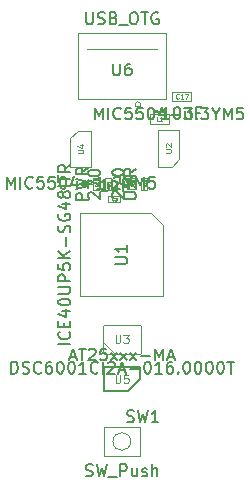
<source format=gbr>
G04 #@! TF.GenerationSoftware,KiCad,Pcbnew,5.0.1-33cea8e~66~ubuntu18.04.1*
G04 #@! TF.CreationDate,2018-10-18T22:19:59+02:00*
G04 #@! TF.ProjectId,Tiny-up5k,54696E792D7570356B2E6B696361645F,rev?*
G04 #@! TF.SameCoordinates,Original*
G04 #@! TF.FileFunction,Other,Fab,Top*
%FSLAX46Y46*%
G04 Gerber Fmt 4.6, Leading zero omitted, Abs format (unit mm)*
G04 Created by KiCad (PCBNEW 5.0.1-33cea8e~66~ubuntu18.04.1) date do 18 okt 2018 22:19:59 CEST*
%MOMM*%
%LPD*%
G01*
G04 APERTURE LIST*
%ADD10C,0.100000*%
%ADD11C,0.150000*%
%ADD12C,0.075000*%
%ADD13C,0.050000*%
%ADD14C,0.040000*%
%ADD15C,0.105000*%
%ADD16C,0.060000*%
G04 APERTURE END LIST*
D10*
G04 #@! TO.C,L1*
X155093000Y-102025500D02*
X155093000Y-102825500D01*
X153493000Y-102025500D02*
X155093000Y-102025500D01*
X153493000Y-102825500D02*
X153493000Y-102025500D01*
X155093000Y-102825500D02*
X153493000Y-102825500D01*
G04 #@! TO.C,C3*
X150995000Y-108970000D02*
X150995000Y-109470000D01*
X150995000Y-109470000D02*
X149995000Y-109470000D01*
X149995000Y-109470000D02*
X149995000Y-108970000D01*
X149995000Y-108970000D02*
X150995000Y-108970000D01*
G04 #@! TO.C,D1*
X148721000Y-107627000D02*
X149221000Y-107627000D01*
X148721000Y-107527000D02*
X149221000Y-107527000D01*
X148721000Y-108427000D02*
X148721000Y-107427000D01*
X149221000Y-108427000D02*
X148721000Y-108427000D01*
X149221000Y-107427000D02*
X149221000Y-108427000D01*
X148721000Y-107427000D02*
X149221000Y-107427000D01*
G04 #@! TO.C,D2*
X152785000Y-107450000D02*
X153285000Y-107450000D01*
X153285000Y-107450000D02*
X153285000Y-108450000D01*
X153285000Y-108450000D02*
X152785000Y-108450000D01*
X152785000Y-108450000D02*
X152785000Y-107450000D01*
X152785000Y-107550000D02*
X153285000Y-107550000D01*
X152785000Y-107650000D02*
X153285000Y-107650000D01*
G04 #@! TO.C,U2*
X154210000Y-106452000D02*
X154210000Y-103352000D01*
X154210000Y-103352000D02*
X156010000Y-103352000D01*
X156010000Y-105802000D02*
X156010000Y-103352000D01*
X154210000Y-106452000D02*
X155360000Y-106452000D01*
X156010000Y-105802000D02*
X155360000Y-106452000D01*
G04 #@! TO.C,U4*
X146758000Y-104063000D02*
X147408000Y-103413000D01*
X148558000Y-103413000D02*
X147408000Y-103413000D01*
X146758000Y-104063000D02*
X146758000Y-106513000D01*
X148558000Y-106513000D02*
X146758000Y-106513000D01*
X148558000Y-103413000D02*
X148558000Y-106513000D01*
G04 #@! TO.C,SW1*
X149630000Y-128473100D02*
X152630000Y-128473100D01*
X152630000Y-128473100D02*
X152630000Y-130973100D01*
X152630000Y-130973100D02*
X149630000Y-130973100D01*
X149630000Y-130973100D02*
X149630000Y-128473100D01*
X151880000Y-129723100D02*
G75*
G03X151880000Y-129723100I-750000J0D01*
G01*
D11*
G04 #@! TO.C,U5*
X151630000Y-125460000D02*
X149630000Y-125460000D01*
X149630000Y-125460000D02*
X149630000Y-123460000D01*
X149630000Y-123460000D02*
X152630000Y-123460000D01*
X152630000Y-123460000D02*
X152630000Y-124460000D01*
X152630000Y-124460000D02*
X151630000Y-125460000D01*
D10*
G04 #@! TO.C,U3*
X149630000Y-119824000D02*
X152630000Y-119824000D01*
X152630000Y-119824000D02*
X152730000Y-119924000D01*
X152730000Y-119924000D02*
X152730000Y-122224000D01*
X152730000Y-122224000D02*
X152630000Y-122324000D01*
X152630000Y-122324000D02*
X149630000Y-122324000D01*
X149630000Y-122324000D02*
X149530000Y-122224000D01*
X149530000Y-122224000D02*
X149530000Y-119924000D01*
X149530000Y-119924000D02*
X149630000Y-119824000D01*
X149530000Y-121324000D02*
X150530000Y-122324000D01*
G04 #@! TO.C,U6*
X147449000Y-95184000D02*
X147449000Y-100734000D01*
X154149000Y-96484000D02*
X148149000Y-96484000D01*
X154849000Y-95184000D02*
X147449000Y-95184000D01*
X154849000Y-100734000D02*
X147449000Y-100734000D01*
X154849000Y-95184000D02*
X154849000Y-100734000D01*
X152449000Y-100884000D02*
X152649000Y-101084000D01*
X152249000Y-101084000D02*
X152449000Y-100884000D01*
X152649000Y-101294000D02*
X152249000Y-101294000D01*
X152649000Y-101294000D02*
X152649000Y-101084000D01*
X152249000Y-101294000D02*
X152249000Y-101084000D01*
G04 #@! TO.C,U1*
X154630000Y-111419000D02*
X154630000Y-117419000D01*
X154630000Y-117419000D02*
X147630000Y-117419000D01*
X147630000Y-117419000D02*
X147630000Y-110419000D01*
X147630000Y-110419000D02*
X153630000Y-110419000D01*
X153630000Y-110419000D02*
X154630000Y-111419000D01*
G04 #@! TO.C,R8*
X149737000Y-108450000D02*
X149737000Y-107450000D01*
X150237000Y-108450000D02*
X149737000Y-108450000D01*
X150237000Y-107450000D02*
X150237000Y-108450000D01*
X149737000Y-107450000D02*
X150237000Y-107450000D01*
G04 #@! TO.C,R9*
X151769000Y-107392000D02*
X152269000Y-107392000D01*
X152269000Y-107392000D02*
X152269000Y-108392000D01*
X152269000Y-108392000D02*
X151769000Y-108392000D01*
X151769000Y-108392000D02*
X151769000Y-107392000D01*
G04 #@! TO.C,C17*
X155410000Y-100920500D02*
X155410000Y-100120500D01*
X155410000Y-100120500D02*
X157010000Y-100120500D01*
X157010000Y-100120500D02*
X157010000Y-100920500D01*
X157010000Y-100920500D02*
X155410000Y-100920500D01*
G04 #@! TD*
G04 #@! TO.C,L1*
D12*
X154243000Y-102561214D02*
X154100142Y-102561214D01*
X154100142Y-102261214D01*
X154500142Y-102561214D02*
X154328714Y-102561214D01*
X154414428Y-102561214D02*
X154414428Y-102261214D01*
X154385857Y-102304071D01*
X154357285Y-102332642D01*
X154328714Y-102346928D01*
D13*
X154040619Y-101761214D02*
X154069190Y-101770738D01*
X154078714Y-101780261D01*
X154088238Y-101799309D01*
X154088238Y-101827880D01*
X154078714Y-101846928D01*
X154069190Y-101856452D01*
X154050142Y-101865976D01*
X153973952Y-101865976D01*
X153973952Y-101665976D01*
X154040619Y-101665976D01*
X154059666Y-101675500D01*
X154069190Y-101685023D01*
X154078714Y-101704071D01*
X154078714Y-101723119D01*
X154069190Y-101742166D01*
X154059666Y-101751690D01*
X154040619Y-101761214D01*
X153973952Y-101761214D01*
X154250142Y-101856452D02*
X154231095Y-101865976D01*
X154193000Y-101865976D01*
X154173952Y-101856452D01*
X154164428Y-101837404D01*
X154164428Y-101761214D01*
X154173952Y-101742166D01*
X154193000Y-101732642D01*
X154231095Y-101732642D01*
X154250142Y-101742166D01*
X154259666Y-101761214D01*
X154259666Y-101780261D01*
X154164428Y-101799309D01*
X154431095Y-101865976D02*
X154431095Y-101761214D01*
X154421571Y-101742166D01*
X154402523Y-101732642D01*
X154364428Y-101732642D01*
X154345380Y-101742166D01*
X154431095Y-101856452D02*
X154412047Y-101865976D01*
X154364428Y-101865976D01*
X154345380Y-101856452D01*
X154335857Y-101837404D01*
X154335857Y-101818357D01*
X154345380Y-101799309D01*
X154364428Y-101789785D01*
X154412047Y-101789785D01*
X154431095Y-101780261D01*
X154612047Y-101865976D02*
X154612047Y-101665976D01*
X154612047Y-101856452D02*
X154593000Y-101865976D01*
X154554904Y-101865976D01*
X154535857Y-101856452D01*
X154526333Y-101846928D01*
X154516809Y-101827880D01*
X154516809Y-101770738D01*
X154526333Y-101751690D01*
X154535857Y-101742166D01*
X154554904Y-101732642D01*
X154593000Y-101732642D01*
X154612047Y-101742166D01*
G04 #@! TO.C,C3*
D11*
X149899761Y-108502380D02*
X149328333Y-108502380D01*
X149614047Y-108502380D02*
X149614047Y-107502380D01*
X149518809Y-107645238D01*
X149423571Y-107740476D01*
X149328333Y-107788095D01*
X150756904Y-107835714D02*
X150756904Y-108502380D01*
X150328333Y-107835714D02*
X150328333Y-108359523D01*
X150375952Y-108454761D01*
X150471190Y-108502380D01*
X150614047Y-108502380D01*
X150709285Y-108454761D01*
X150756904Y-108407142D01*
X151566428Y-107978571D02*
X151233095Y-107978571D01*
X151233095Y-108502380D02*
X151233095Y-107502380D01*
X151709285Y-107502380D01*
D14*
X150453333Y-109309285D02*
X150441428Y-109321190D01*
X150405714Y-109333095D01*
X150381904Y-109333095D01*
X150346190Y-109321190D01*
X150322380Y-109297380D01*
X150310476Y-109273571D01*
X150298571Y-109225952D01*
X150298571Y-109190238D01*
X150310476Y-109142619D01*
X150322380Y-109118809D01*
X150346190Y-109095000D01*
X150381904Y-109083095D01*
X150405714Y-109083095D01*
X150441428Y-109095000D01*
X150453333Y-109106904D01*
X150536666Y-109083095D02*
X150691428Y-109083095D01*
X150608095Y-109178333D01*
X150643809Y-109178333D01*
X150667619Y-109190238D01*
X150679523Y-109202142D01*
X150691428Y-109225952D01*
X150691428Y-109285476D01*
X150679523Y-109309285D01*
X150667619Y-109321190D01*
X150643809Y-109333095D01*
X150572380Y-109333095D01*
X150548571Y-109321190D01*
X150536666Y-109309285D01*
G04 #@! TO.C,D1*
D11*
X148253380Y-109260333D02*
X147253380Y-109260333D01*
X147253380Y-108879380D01*
X147301000Y-108784142D01*
X147348619Y-108736523D01*
X147443857Y-108688904D01*
X147586714Y-108688904D01*
X147681952Y-108736523D01*
X147729571Y-108784142D01*
X147777190Y-108879380D01*
X147777190Y-109260333D01*
X147253380Y-108355571D02*
X148253380Y-108117476D01*
X147539095Y-107927000D01*
X148253380Y-107736523D01*
X147253380Y-107498428D01*
X148253380Y-106546047D02*
X147777190Y-106879380D01*
X148253380Y-107117476D02*
X147253380Y-107117476D01*
X147253380Y-106736523D01*
X147301000Y-106641285D01*
X147348619Y-106593666D01*
X147443857Y-106546047D01*
X147586714Y-106546047D01*
X147681952Y-106593666D01*
X147729571Y-106641285D01*
X147777190Y-106736523D01*
X147777190Y-107117476D01*
D14*
X149084095Y-108111523D02*
X148834095Y-108111523D01*
X148834095Y-108052000D01*
X148846000Y-108016285D01*
X148869809Y-107992476D01*
X148893619Y-107980571D01*
X148941238Y-107968666D01*
X148976952Y-107968666D01*
X149024571Y-107980571D01*
X149048380Y-107992476D01*
X149072190Y-108016285D01*
X149084095Y-108052000D01*
X149084095Y-108111523D01*
X149084095Y-107730571D02*
X149084095Y-107873428D01*
X149084095Y-107802000D02*
X148834095Y-107802000D01*
X148869809Y-107825809D01*
X148893619Y-107849619D01*
X148905523Y-107873428D01*
G04 #@! TO.C,D2*
D11*
X151317380Y-109211904D02*
X152126904Y-109211904D01*
X152222142Y-109164285D01*
X152269761Y-109116666D01*
X152317380Y-109021428D01*
X152317380Y-108830952D01*
X152269761Y-108735714D01*
X152222142Y-108688095D01*
X152126904Y-108640476D01*
X151317380Y-108640476D01*
X152269761Y-108211904D02*
X152317380Y-108069047D01*
X152317380Y-107830952D01*
X152269761Y-107735714D01*
X152222142Y-107688095D01*
X152126904Y-107640476D01*
X152031666Y-107640476D01*
X151936428Y-107688095D01*
X151888809Y-107735714D01*
X151841190Y-107830952D01*
X151793571Y-108021428D01*
X151745952Y-108116666D01*
X151698333Y-108164285D01*
X151603095Y-108211904D01*
X151507857Y-108211904D01*
X151412619Y-108164285D01*
X151365000Y-108116666D01*
X151317380Y-108021428D01*
X151317380Y-107783333D01*
X151365000Y-107640476D01*
X152317380Y-106640476D02*
X151841190Y-106973809D01*
X152317380Y-107211904D02*
X151317380Y-107211904D01*
X151317380Y-106830952D01*
X151365000Y-106735714D01*
X151412619Y-106688095D01*
X151507857Y-106640476D01*
X151650714Y-106640476D01*
X151745952Y-106688095D01*
X151793571Y-106735714D01*
X151841190Y-106830952D01*
X151841190Y-107211904D01*
D14*
X153148095Y-108134523D02*
X152898095Y-108134523D01*
X152898095Y-108075000D01*
X152910000Y-108039285D01*
X152933809Y-108015476D01*
X152957619Y-108003571D01*
X153005238Y-107991666D01*
X153040952Y-107991666D01*
X153088571Y-108003571D01*
X153112380Y-108015476D01*
X153136190Y-108039285D01*
X153148095Y-108075000D01*
X153148095Y-108134523D01*
X152921904Y-107896428D02*
X152910000Y-107884523D01*
X152898095Y-107860714D01*
X152898095Y-107801190D01*
X152910000Y-107777380D01*
X152921904Y-107765476D01*
X152945714Y-107753571D01*
X152969523Y-107753571D01*
X153005238Y-107765476D01*
X153148095Y-107908333D01*
X153148095Y-107753571D01*
G04 #@! TO.C,U2*
D11*
X148848095Y-102454380D02*
X148848095Y-101454380D01*
X149181428Y-102168666D01*
X149514761Y-101454380D01*
X149514761Y-102454380D01*
X149990952Y-102454380D02*
X149990952Y-101454380D01*
X151038571Y-102359142D02*
X150990952Y-102406761D01*
X150848095Y-102454380D01*
X150752857Y-102454380D01*
X150610000Y-102406761D01*
X150514761Y-102311523D01*
X150467142Y-102216285D01*
X150419523Y-102025809D01*
X150419523Y-101882952D01*
X150467142Y-101692476D01*
X150514761Y-101597238D01*
X150610000Y-101502000D01*
X150752857Y-101454380D01*
X150848095Y-101454380D01*
X150990952Y-101502000D01*
X151038571Y-101549619D01*
X151943333Y-101454380D02*
X151467142Y-101454380D01*
X151419523Y-101930571D01*
X151467142Y-101882952D01*
X151562380Y-101835333D01*
X151800476Y-101835333D01*
X151895714Y-101882952D01*
X151943333Y-101930571D01*
X151990952Y-102025809D01*
X151990952Y-102263904D01*
X151943333Y-102359142D01*
X151895714Y-102406761D01*
X151800476Y-102454380D01*
X151562380Y-102454380D01*
X151467142Y-102406761D01*
X151419523Y-102359142D01*
X152895714Y-101454380D02*
X152419523Y-101454380D01*
X152371904Y-101930571D01*
X152419523Y-101882952D01*
X152514761Y-101835333D01*
X152752857Y-101835333D01*
X152848095Y-101882952D01*
X152895714Y-101930571D01*
X152943333Y-102025809D01*
X152943333Y-102263904D01*
X152895714Y-102359142D01*
X152848095Y-102406761D01*
X152752857Y-102454380D01*
X152514761Y-102454380D01*
X152419523Y-102406761D01*
X152371904Y-102359142D01*
X153562380Y-101454380D02*
X153657619Y-101454380D01*
X153752857Y-101502000D01*
X153800476Y-101549619D01*
X153848095Y-101644857D01*
X153895714Y-101835333D01*
X153895714Y-102073428D01*
X153848095Y-102263904D01*
X153800476Y-102359142D01*
X153752857Y-102406761D01*
X153657619Y-102454380D01*
X153562380Y-102454380D01*
X153467142Y-102406761D01*
X153419523Y-102359142D01*
X153371904Y-102263904D01*
X153324285Y-102073428D01*
X153324285Y-101835333D01*
X153371904Y-101644857D01*
X153419523Y-101549619D01*
X153467142Y-101502000D01*
X153562380Y-101454380D01*
X154752857Y-101787714D02*
X154752857Y-102454380D01*
X154514761Y-101406761D02*
X154276666Y-102121047D01*
X154895714Y-102121047D01*
X155276666Y-102073428D02*
X156038571Y-102073428D01*
X156419523Y-101454380D02*
X157038571Y-101454380D01*
X156705238Y-101835333D01*
X156848095Y-101835333D01*
X156943333Y-101882952D01*
X156990952Y-101930571D01*
X157038571Y-102025809D01*
X157038571Y-102263904D01*
X156990952Y-102359142D01*
X156943333Y-102406761D01*
X156848095Y-102454380D01*
X156562380Y-102454380D01*
X156467142Y-102406761D01*
X156419523Y-102359142D01*
X157467142Y-102359142D02*
X157514761Y-102406761D01*
X157467142Y-102454380D01*
X157419523Y-102406761D01*
X157467142Y-102359142D01*
X157467142Y-102454380D01*
X157848095Y-101454380D02*
X158467142Y-101454380D01*
X158133809Y-101835333D01*
X158276666Y-101835333D01*
X158371904Y-101882952D01*
X158419523Y-101930571D01*
X158467142Y-102025809D01*
X158467142Y-102263904D01*
X158419523Y-102359142D01*
X158371904Y-102406761D01*
X158276666Y-102454380D01*
X157990952Y-102454380D01*
X157895714Y-102406761D01*
X157848095Y-102359142D01*
X159086190Y-101978190D02*
X159086190Y-102454380D01*
X158752857Y-101454380D02*
X159086190Y-101978190D01*
X159419523Y-101454380D01*
X159752857Y-102454380D02*
X159752857Y-101454380D01*
X160086190Y-102168666D01*
X160419523Y-101454380D01*
X160419523Y-102454380D01*
X161371904Y-101454380D02*
X160895714Y-101454380D01*
X160848095Y-101930571D01*
X160895714Y-101882952D01*
X160990952Y-101835333D01*
X161229047Y-101835333D01*
X161324285Y-101882952D01*
X161371904Y-101930571D01*
X161419523Y-102025809D01*
X161419523Y-102263904D01*
X161371904Y-102359142D01*
X161324285Y-102406761D01*
X161229047Y-102454380D01*
X160990952Y-102454380D01*
X160895714Y-102406761D01*
X160848095Y-102359142D01*
D12*
X154836190Y-105282952D02*
X155240952Y-105282952D01*
X155288571Y-105259142D01*
X155312380Y-105235333D01*
X155336190Y-105187714D01*
X155336190Y-105092476D01*
X155312380Y-105044857D01*
X155288571Y-105021047D01*
X155240952Y-104997238D01*
X154836190Y-104997238D01*
X154883809Y-104782952D02*
X154860000Y-104759142D01*
X154836190Y-104711523D01*
X154836190Y-104592476D01*
X154860000Y-104544857D01*
X154883809Y-104521047D01*
X154931428Y-104497238D01*
X154979047Y-104497238D01*
X155050476Y-104521047D01*
X155336190Y-104806761D01*
X155336190Y-104497238D01*
G04 #@! TO.C,U4*
D11*
X141396095Y-108315380D02*
X141396095Y-107315380D01*
X141729428Y-108029666D01*
X142062761Y-107315380D01*
X142062761Y-108315380D01*
X142538952Y-108315380D02*
X142538952Y-107315380D01*
X143586571Y-108220142D02*
X143538952Y-108267761D01*
X143396095Y-108315380D01*
X143300857Y-108315380D01*
X143158000Y-108267761D01*
X143062761Y-108172523D01*
X143015142Y-108077285D01*
X142967523Y-107886809D01*
X142967523Y-107743952D01*
X143015142Y-107553476D01*
X143062761Y-107458238D01*
X143158000Y-107363000D01*
X143300857Y-107315380D01*
X143396095Y-107315380D01*
X143538952Y-107363000D01*
X143586571Y-107410619D01*
X144491333Y-107315380D02*
X144015142Y-107315380D01*
X143967523Y-107791571D01*
X144015142Y-107743952D01*
X144110380Y-107696333D01*
X144348476Y-107696333D01*
X144443714Y-107743952D01*
X144491333Y-107791571D01*
X144538952Y-107886809D01*
X144538952Y-108124904D01*
X144491333Y-108220142D01*
X144443714Y-108267761D01*
X144348476Y-108315380D01*
X144110380Y-108315380D01*
X144015142Y-108267761D01*
X143967523Y-108220142D01*
X145443714Y-107315380D02*
X144967523Y-107315380D01*
X144919904Y-107791571D01*
X144967523Y-107743952D01*
X145062761Y-107696333D01*
X145300857Y-107696333D01*
X145396095Y-107743952D01*
X145443714Y-107791571D01*
X145491333Y-107886809D01*
X145491333Y-108124904D01*
X145443714Y-108220142D01*
X145396095Y-108267761D01*
X145300857Y-108315380D01*
X145062761Y-108315380D01*
X144967523Y-108267761D01*
X144919904Y-108220142D01*
X146110380Y-107315380D02*
X146205619Y-107315380D01*
X146300857Y-107363000D01*
X146348476Y-107410619D01*
X146396095Y-107505857D01*
X146443714Y-107696333D01*
X146443714Y-107934428D01*
X146396095Y-108124904D01*
X146348476Y-108220142D01*
X146300857Y-108267761D01*
X146205619Y-108315380D01*
X146110380Y-108315380D01*
X146015142Y-108267761D01*
X145967523Y-108220142D01*
X145919904Y-108124904D01*
X145872285Y-107934428D01*
X145872285Y-107696333D01*
X145919904Y-107505857D01*
X145967523Y-107410619D01*
X146015142Y-107363000D01*
X146110380Y-107315380D01*
X147300857Y-107648714D02*
X147300857Y-108315380D01*
X147062761Y-107267761D02*
X146824666Y-107982047D01*
X147443714Y-107982047D01*
X147824666Y-107934428D02*
X148586571Y-107934428D01*
X149586571Y-108315380D02*
X149015142Y-108315380D01*
X149300857Y-108315380D02*
X149300857Y-107315380D01*
X149205619Y-107458238D01*
X149110380Y-107553476D01*
X149015142Y-107601095D01*
X150015142Y-108220142D02*
X150062761Y-108267761D01*
X150015142Y-108315380D01*
X149967523Y-108267761D01*
X150015142Y-108220142D01*
X150015142Y-108315380D01*
X150443714Y-107410619D02*
X150491333Y-107363000D01*
X150586571Y-107315380D01*
X150824666Y-107315380D01*
X150919904Y-107363000D01*
X150967523Y-107410619D01*
X151015142Y-107505857D01*
X151015142Y-107601095D01*
X150967523Y-107743952D01*
X150396095Y-108315380D01*
X151015142Y-108315380D01*
X151634190Y-107839190D02*
X151634190Y-108315380D01*
X151300857Y-107315380D02*
X151634190Y-107839190D01*
X151967523Y-107315380D01*
X152300857Y-108315380D02*
X152300857Y-107315380D01*
X152634190Y-108029666D01*
X152967523Y-107315380D01*
X152967523Y-108315380D01*
X153919904Y-107315380D02*
X153443714Y-107315380D01*
X153396095Y-107791571D01*
X153443714Y-107743952D01*
X153538952Y-107696333D01*
X153777047Y-107696333D01*
X153872285Y-107743952D01*
X153919904Y-107791571D01*
X153967523Y-107886809D01*
X153967523Y-108124904D01*
X153919904Y-108220142D01*
X153872285Y-108267761D01*
X153777047Y-108315380D01*
X153538952Y-108315380D01*
X153443714Y-108267761D01*
X153396095Y-108220142D01*
D12*
X147384190Y-105343952D02*
X147788952Y-105343952D01*
X147836571Y-105320142D01*
X147860380Y-105296333D01*
X147884190Y-105248714D01*
X147884190Y-105153476D01*
X147860380Y-105105857D01*
X147836571Y-105082047D01*
X147788952Y-105058238D01*
X147384190Y-105058238D01*
X147550857Y-104605857D02*
X147884190Y-104605857D01*
X147360380Y-104724904D02*
X147717523Y-104843952D01*
X147717523Y-104534428D01*
G04 #@! TO.C,SW1*
D11*
X148082380Y-132627861D02*
X148225238Y-132675480D01*
X148463333Y-132675480D01*
X148558571Y-132627861D01*
X148606190Y-132580242D01*
X148653809Y-132485004D01*
X148653809Y-132389766D01*
X148606190Y-132294528D01*
X148558571Y-132246909D01*
X148463333Y-132199290D01*
X148272857Y-132151671D01*
X148177619Y-132104052D01*
X148130000Y-132056433D01*
X148082380Y-131961195D01*
X148082380Y-131865957D01*
X148130000Y-131770719D01*
X148177619Y-131723100D01*
X148272857Y-131675480D01*
X148510952Y-131675480D01*
X148653809Y-131723100D01*
X148987142Y-131675480D02*
X149225238Y-132675480D01*
X149415714Y-131961195D01*
X149606190Y-132675480D01*
X149844285Y-131675480D01*
X149987142Y-132770719D02*
X150749047Y-132770719D01*
X150987142Y-132675480D02*
X150987142Y-131675480D01*
X151368095Y-131675480D01*
X151463333Y-131723100D01*
X151510952Y-131770719D01*
X151558571Y-131865957D01*
X151558571Y-132008814D01*
X151510952Y-132104052D01*
X151463333Y-132151671D01*
X151368095Y-132199290D01*
X150987142Y-132199290D01*
X152415714Y-132008814D02*
X152415714Y-132675480D01*
X151987142Y-132008814D02*
X151987142Y-132532623D01*
X152034761Y-132627861D01*
X152130000Y-132675480D01*
X152272857Y-132675480D01*
X152368095Y-132627861D01*
X152415714Y-132580242D01*
X152844285Y-132627861D02*
X152939523Y-132675480D01*
X153130000Y-132675480D01*
X153225238Y-132627861D01*
X153272857Y-132532623D01*
X153272857Y-132485004D01*
X153225238Y-132389766D01*
X153130000Y-132342147D01*
X152987142Y-132342147D01*
X152891904Y-132294528D01*
X152844285Y-132199290D01*
X152844285Y-132151671D01*
X152891904Y-132056433D01*
X152987142Y-132008814D01*
X153130000Y-132008814D01*
X153225238Y-132056433D01*
X153701428Y-132675480D02*
X153701428Y-131675480D01*
X154130000Y-132675480D02*
X154130000Y-132151671D01*
X154082380Y-132056433D01*
X153987142Y-132008814D01*
X153844285Y-132008814D01*
X153749047Y-132056433D01*
X153701428Y-132104052D01*
X151568666Y-128039761D02*
X151711523Y-128087380D01*
X151949619Y-128087380D01*
X152044857Y-128039761D01*
X152092476Y-127992142D01*
X152140095Y-127896904D01*
X152140095Y-127801666D01*
X152092476Y-127706428D01*
X152044857Y-127658809D01*
X151949619Y-127611190D01*
X151759142Y-127563571D01*
X151663904Y-127515952D01*
X151616285Y-127468333D01*
X151568666Y-127373095D01*
X151568666Y-127277857D01*
X151616285Y-127182619D01*
X151663904Y-127135000D01*
X151759142Y-127087380D01*
X151997238Y-127087380D01*
X152140095Y-127135000D01*
X152473428Y-127087380D02*
X152711523Y-128087380D01*
X152902000Y-127373095D01*
X153092476Y-128087380D01*
X153330571Y-127087380D01*
X154235333Y-128087380D02*
X153663904Y-128087380D01*
X153949619Y-128087380D02*
X153949619Y-127087380D01*
X153854380Y-127230238D01*
X153759142Y-127325476D01*
X153663904Y-127373095D01*
G04 #@! TO.C,U5*
X146725238Y-122576666D02*
X147201428Y-122576666D01*
X146630000Y-122862380D02*
X146963333Y-121862380D01*
X147296666Y-122862380D01*
X147487142Y-121862380D02*
X148058571Y-121862380D01*
X147772857Y-122862380D02*
X147772857Y-121862380D01*
X148344285Y-121957619D02*
X148391904Y-121910000D01*
X148487142Y-121862380D01*
X148725238Y-121862380D01*
X148820476Y-121910000D01*
X148868095Y-121957619D01*
X148915714Y-122052857D01*
X148915714Y-122148095D01*
X148868095Y-122290952D01*
X148296666Y-122862380D01*
X148915714Y-122862380D01*
X149820476Y-121862380D02*
X149344285Y-121862380D01*
X149296666Y-122338571D01*
X149344285Y-122290952D01*
X149439523Y-122243333D01*
X149677619Y-122243333D01*
X149772857Y-122290952D01*
X149820476Y-122338571D01*
X149868095Y-122433809D01*
X149868095Y-122671904D01*
X149820476Y-122767142D01*
X149772857Y-122814761D01*
X149677619Y-122862380D01*
X149439523Y-122862380D01*
X149344285Y-122814761D01*
X149296666Y-122767142D01*
X150201428Y-122862380D02*
X150725238Y-122195714D01*
X150201428Y-122195714D02*
X150725238Y-122862380D01*
X151010952Y-122862380D02*
X151534761Y-122195714D01*
X151010952Y-122195714D02*
X151534761Y-122862380D01*
X151820476Y-122862380D02*
X152344285Y-122195714D01*
X151820476Y-122195714D02*
X152344285Y-122862380D01*
X152725238Y-122481428D02*
X153487142Y-122481428D01*
X153963333Y-122862380D02*
X153963333Y-121862380D01*
X154296666Y-122576666D01*
X154630000Y-121862380D01*
X154630000Y-122862380D01*
X155058571Y-122576666D02*
X155534761Y-122576666D01*
X154963333Y-122862380D02*
X155296666Y-121862380D01*
X155630000Y-122862380D01*
D15*
X150596666Y-124076666D02*
X150596666Y-124643333D01*
X150630000Y-124710000D01*
X150663333Y-124743333D01*
X150730000Y-124776666D01*
X150863333Y-124776666D01*
X150930000Y-124743333D01*
X150963333Y-124710000D01*
X150996666Y-124643333D01*
X150996666Y-124076666D01*
X151663333Y-124076666D02*
X151330000Y-124076666D01*
X151296666Y-124410000D01*
X151330000Y-124376666D01*
X151396666Y-124343333D01*
X151563333Y-124343333D01*
X151630000Y-124376666D01*
X151663333Y-124410000D01*
X151696666Y-124476666D01*
X151696666Y-124643333D01*
X151663333Y-124710000D01*
X151630000Y-124743333D01*
X151563333Y-124776666D01*
X151396666Y-124776666D01*
X151330000Y-124743333D01*
X151296666Y-124710000D01*
G04 #@! TO.C,U3*
D11*
X141772857Y-123976380D02*
X141772857Y-122976380D01*
X142010952Y-122976380D01*
X142153809Y-123024000D01*
X142249047Y-123119238D01*
X142296666Y-123214476D01*
X142344285Y-123404952D01*
X142344285Y-123547809D01*
X142296666Y-123738285D01*
X142249047Y-123833523D01*
X142153809Y-123928761D01*
X142010952Y-123976380D01*
X141772857Y-123976380D01*
X142725238Y-123928761D02*
X142868095Y-123976380D01*
X143106190Y-123976380D01*
X143201428Y-123928761D01*
X143249047Y-123881142D01*
X143296666Y-123785904D01*
X143296666Y-123690666D01*
X143249047Y-123595428D01*
X143201428Y-123547809D01*
X143106190Y-123500190D01*
X142915714Y-123452571D01*
X142820476Y-123404952D01*
X142772857Y-123357333D01*
X142725238Y-123262095D01*
X142725238Y-123166857D01*
X142772857Y-123071619D01*
X142820476Y-123024000D01*
X142915714Y-122976380D01*
X143153809Y-122976380D01*
X143296666Y-123024000D01*
X144296666Y-123881142D02*
X144249047Y-123928761D01*
X144106190Y-123976380D01*
X144010952Y-123976380D01*
X143868095Y-123928761D01*
X143772857Y-123833523D01*
X143725238Y-123738285D01*
X143677619Y-123547809D01*
X143677619Y-123404952D01*
X143725238Y-123214476D01*
X143772857Y-123119238D01*
X143868095Y-123024000D01*
X144010952Y-122976380D01*
X144106190Y-122976380D01*
X144249047Y-123024000D01*
X144296666Y-123071619D01*
X145153809Y-122976380D02*
X144963333Y-122976380D01*
X144868095Y-123024000D01*
X144820476Y-123071619D01*
X144725238Y-123214476D01*
X144677619Y-123404952D01*
X144677619Y-123785904D01*
X144725238Y-123881142D01*
X144772857Y-123928761D01*
X144868095Y-123976380D01*
X145058571Y-123976380D01*
X145153809Y-123928761D01*
X145201428Y-123881142D01*
X145249047Y-123785904D01*
X145249047Y-123547809D01*
X145201428Y-123452571D01*
X145153809Y-123404952D01*
X145058571Y-123357333D01*
X144868095Y-123357333D01*
X144772857Y-123404952D01*
X144725238Y-123452571D01*
X144677619Y-123547809D01*
X145868095Y-122976380D02*
X145963333Y-122976380D01*
X146058571Y-123024000D01*
X146106190Y-123071619D01*
X146153809Y-123166857D01*
X146201428Y-123357333D01*
X146201428Y-123595428D01*
X146153809Y-123785904D01*
X146106190Y-123881142D01*
X146058571Y-123928761D01*
X145963333Y-123976380D01*
X145868095Y-123976380D01*
X145772857Y-123928761D01*
X145725238Y-123881142D01*
X145677619Y-123785904D01*
X145630000Y-123595428D01*
X145630000Y-123357333D01*
X145677619Y-123166857D01*
X145725238Y-123071619D01*
X145772857Y-123024000D01*
X145868095Y-122976380D01*
X146820476Y-122976380D02*
X146915714Y-122976380D01*
X147010952Y-123024000D01*
X147058571Y-123071619D01*
X147106190Y-123166857D01*
X147153809Y-123357333D01*
X147153809Y-123595428D01*
X147106190Y-123785904D01*
X147058571Y-123881142D01*
X147010952Y-123928761D01*
X146915714Y-123976380D01*
X146820476Y-123976380D01*
X146725238Y-123928761D01*
X146677619Y-123881142D01*
X146630000Y-123785904D01*
X146582380Y-123595428D01*
X146582380Y-123357333D01*
X146630000Y-123166857D01*
X146677619Y-123071619D01*
X146725238Y-123024000D01*
X146820476Y-122976380D01*
X148106190Y-123976380D02*
X147534761Y-123976380D01*
X147820476Y-123976380D02*
X147820476Y-122976380D01*
X147725238Y-123119238D01*
X147630000Y-123214476D01*
X147534761Y-123262095D01*
X149106190Y-123881142D02*
X149058571Y-123928761D01*
X148915714Y-123976380D01*
X148820476Y-123976380D01*
X148677619Y-123928761D01*
X148582380Y-123833523D01*
X148534761Y-123738285D01*
X148487142Y-123547809D01*
X148487142Y-123404952D01*
X148534761Y-123214476D01*
X148582380Y-123119238D01*
X148677619Y-123024000D01*
X148820476Y-122976380D01*
X148915714Y-122976380D01*
X149058571Y-123024000D01*
X149106190Y-123071619D01*
X149534761Y-123976380D02*
X149534761Y-122976380D01*
X149963333Y-123071619D02*
X150010952Y-123024000D01*
X150106190Y-122976380D01*
X150344285Y-122976380D01*
X150439523Y-123024000D01*
X150487142Y-123071619D01*
X150534761Y-123166857D01*
X150534761Y-123262095D01*
X150487142Y-123404952D01*
X149915714Y-123976380D01*
X150534761Y-123976380D01*
X150915714Y-123690666D02*
X151391904Y-123690666D01*
X150820476Y-123976380D02*
X151153809Y-122976380D01*
X151487142Y-123976380D01*
X151820476Y-123595428D02*
X152582380Y-123595428D01*
X153249047Y-122976380D02*
X153344285Y-122976380D01*
X153439523Y-123024000D01*
X153487142Y-123071619D01*
X153534761Y-123166857D01*
X153582380Y-123357333D01*
X153582380Y-123595428D01*
X153534761Y-123785904D01*
X153487142Y-123881142D01*
X153439523Y-123928761D01*
X153344285Y-123976380D01*
X153249047Y-123976380D01*
X153153809Y-123928761D01*
X153106190Y-123881142D01*
X153058571Y-123785904D01*
X153010952Y-123595428D01*
X153010952Y-123357333D01*
X153058571Y-123166857D01*
X153106190Y-123071619D01*
X153153809Y-123024000D01*
X153249047Y-122976380D01*
X154534761Y-123976380D02*
X153963333Y-123976380D01*
X154249047Y-123976380D02*
X154249047Y-122976380D01*
X154153809Y-123119238D01*
X154058571Y-123214476D01*
X153963333Y-123262095D01*
X155391904Y-122976380D02*
X155201428Y-122976380D01*
X155106190Y-123024000D01*
X155058571Y-123071619D01*
X154963333Y-123214476D01*
X154915714Y-123404952D01*
X154915714Y-123785904D01*
X154963333Y-123881142D01*
X155010952Y-123928761D01*
X155106190Y-123976380D01*
X155296666Y-123976380D01*
X155391904Y-123928761D01*
X155439523Y-123881142D01*
X155487142Y-123785904D01*
X155487142Y-123547809D01*
X155439523Y-123452571D01*
X155391904Y-123404952D01*
X155296666Y-123357333D01*
X155106190Y-123357333D01*
X155010952Y-123404952D01*
X154963333Y-123452571D01*
X154915714Y-123547809D01*
X155915714Y-123881142D02*
X155963333Y-123928761D01*
X155915714Y-123976380D01*
X155868095Y-123928761D01*
X155915714Y-123881142D01*
X155915714Y-123976380D01*
X156582380Y-122976380D02*
X156677619Y-122976380D01*
X156772857Y-123024000D01*
X156820476Y-123071619D01*
X156868095Y-123166857D01*
X156915714Y-123357333D01*
X156915714Y-123595428D01*
X156868095Y-123785904D01*
X156820476Y-123881142D01*
X156772857Y-123928761D01*
X156677619Y-123976380D01*
X156582380Y-123976380D01*
X156487142Y-123928761D01*
X156439523Y-123881142D01*
X156391904Y-123785904D01*
X156344285Y-123595428D01*
X156344285Y-123357333D01*
X156391904Y-123166857D01*
X156439523Y-123071619D01*
X156487142Y-123024000D01*
X156582380Y-122976380D01*
X157534761Y-122976380D02*
X157630000Y-122976380D01*
X157725238Y-123024000D01*
X157772857Y-123071619D01*
X157820476Y-123166857D01*
X157868095Y-123357333D01*
X157868095Y-123595428D01*
X157820476Y-123785904D01*
X157772857Y-123881142D01*
X157725238Y-123928761D01*
X157630000Y-123976380D01*
X157534761Y-123976380D01*
X157439523Y-123928761D01*
X157391904Y-123881142D01*
X157344285Y-123785904D01*
X157296666Y-123595428D01*
X157296666Y-123357333D01*
X157344285Y-123166857D01*
X157391904Y-123071619D01*
X157439523Y-123024000D01*
X157534761Y-122976380D01*
X158487142Y-122976380D02*
X158582380Y-122976380D01*
X158677619Y-123024000D01*
X158725238Y-123071619D01*
X158772857Y-123166857D01*
X158820476Y-123357333D01*
X158820476Y-123595428D01*
X158772857Y-123785904D01*
X158725238Y-123881142D01*
X158677619Y-123928761D01*
X158582380Y-123976380D01*
X158487142Y-123976380D01*
X158391904Y-123928761D01*
X158344285Y-123881142D01*
X158296666Y-123785904D01*
X158249047Y-123595428D01*
X158249047Y-123357333D01*
X158296666Y-123166857D01*
X158344285Y-123071619D01*
X158391904Y-123024000D01*
X158487142Y-122976380D01*
X159439523Y-122976380D02*
X159534761Y-122976380D01*
X159630000Y-123024000D01*
X159677619Y-123071619D01*
X159725238Y-123166857D01*
X159772857Y-123357333D01*
X159772857Y-123595428D01*
X159725238Y-123785904D01*
X159677619Y-123881142D01*
X159630000Y-123928761D01*
X159534761Y-123976380D01*
X159439523Y-123976380D01*
X159344285Y-123928761D01*
X159296666Y-123881142D01*
X159249047Y-123785904D01*
X159201428Y-123595428D01*
X159201428Y-123357333D01*
X159249047Y-123166857D01*
X159296666Y-123071619D01*
X159344285Y-123024000D01*
X159439523Y-122976380D01*
X160058571Y-122976380D02*
X160630000Y-122976380D01*
X160344285Y-123976380D02*
X160344285Y-122976380D01*
D15*
X150596666Y-120690666D02*
X150596666Y-121257333D01*
X150630000Y-121324000D01*
X150663333Y-121357333D01*
X150730000Y-121390666D01*
X150863333Y-121390666D01*
X150930000Y-121357333D01*
X150963333Y-121324000D01*
X150996666Y-121257333D01*
X150996666Y-120690666D01*
X151263333Y-120690666D02*
X151696666Y-120690666D01*
X151463333Y-120957333D01*
X151563333Y-120957333D01*
X151630000Y-120990666D01*
X151663333Y-121024000D01*
X151696666Y-121090666D01*
X151696666Y-121257333D01*
X151663333Y-121324000D01*
X151630000Y-121357333D01*
X151563333Y-121390666D01*
X151363333Y-121390666D01*
X151296666Y-121357333D01*
X151263333Y-121324000D01*
G04 #@! TO.C,U6*
D11*
X148101380Y-93386380D02*
X148101380Y-94195904D01*
X148149000Y-94291142D01*
X148196619Y-94338761D01*
X148291857Y-94386380D01*
X148482333Y-94386380D01*
X148577571Y-94338761D01*
X148625190Y-94291142D01*
X148672809Y-94195904D01*
X148672809Y-93386380D01*
X149101380Y-94338761D02*
X149244238Y-94386380D01*
X149482333Y-94386380D01*
X149577571Y-94338761D01*
X149625190Y-94291142D01*
X149672809Y-94195904D01*
X149672809Y-94100666D01*
X149625190Y-94005428D01*
X149577571Y-93957809D01*
X149482333Y-93910190D01*
X149291857Y-93862571D01*
X149196619Y-93814952D01*
X149149000Y-93767333D01*
X149101380Y-93672095D01*
X149101380Y-93576857D01*
X149149000Y-93481619D01*
X149196619Y-93434000D01*
X149291857Y-93386380D01*
X149529952Y-93386380D01*
X149672809Y-93434000D01*
X150434714Y-93862571D02*
X150577571Y-93910190D01*
X150625190Y-93957809D01*
X150672809Y-94053047D01*
X150672809Y-94195904D01*
X150625190Y-94291142D01*
X150577571Y-94338761D01*
X150482333Y-94386380D01*
X150101380Y-94386380D01*
X150101380Y-93386380D01*
X150434714Y-93386380D01*
X150529952Y-93434000D01*
X150577571Y-93481619D01*
X150625190Y-93576857D01*
X150625190Y-93672095D01*
X150577571Y-93767333D01*
X150529952Y-93814952D01*
X150434714Y-93862571D01*
X150101380Y-93862571D01*
X150863285Y-94481619D02*
X151625190Y-94481619D01*
X152053761Y-93386380D02*
X152244238Y-93386380D01*
X152339476Y-93434000D01*
X152434714Y-93529238D01*
X152482333Y-93719714D01*
X152482333Y-94053047D01*
X152434714Y-94243523D01*
X152339476Y-94338761D01*
X152244238Y-94386380D01*
X152053761Y-94386380D01*
X151958523Y-94338761D01*
X151863285Y-94243523D01*
X151815666Y-94053047D01*
X151815666Y-93719714D01*
X151863285Y-93529238D01*
X151958523Y-93434000D01*
X152053761Y-93386380D01*
X152768047Y-93386380D02*
X153339476Y-93386380D01*
X153053761Y-94386380D02*
X153053761Y-93386380D01*
X154196619Y-93434000D02*
X154101380Y-93386380D01*
X153958523Y-93386380D01*
X153815666Y-93434000D01*
X153720428Y-93529238D01*
X153672809Y-93624476D01*
X153625190Y-93814952D01*
X153625190Y-93957809D01*
X153672809Y-94148285D01*
X153720428Y-94243523D01*
X153815666Y-94338761D01*
X153958523Y-94386380D01*
X154053761Y-94386380D01*
X154196619Y-94338761D01*
X154244238Y-94291142D01*
X154244238Y-93957809D01*
X154053761Y-93957809D01*
X150387095Y-97736380D02*
X150387095Y-98545904D01*
X150434714Y-98641142D01*
X150482333Y-98688761D01*
X150577571Y-98736380D01*
X150768047Y-98736380D01*
X150863285Y-98688761D01*
X150910904Y-98641142D01*
X150958523Y-98545904D01*
X150958523Y-97736380D01*
X151863285Y-97736380D02*
X151672809Y-97736380D01*
X151577571Y-97784000D01*
X151529952Y-97831619D01*
X151434714Y-97974476D01*
X151387095Y-98164952D01*
X151387095Y-98545904D01*
X151434714Y-98641142D01*
X151482333Y-98688761D01*
X151577571Y-98736380D01*
X151768047Y-98736380D01*
X151863285Y-98688761D01*
X151910904Y-98641142D01*
X151958523Y-98545904D01*
X151958523Y-98307809D01*
X151910904Y-98212571D01*
X151863285Y-98164952D01*
X151768047Y-98117333D01*
X151577571Y-98117333D01*
X151482333Y-98164952D01*
X151434714Y-98212571D01*
X151387095Y-98307809D01*
G04 #@! TO.C,U1*
X146762380Y-121490428D02*
X145762380Y-121490428D01*
X146667142Y-120442809D02*
X146714761Y-120490428D01*
X146762380Y-120633285D01*
X146762380Y-120728523D01*
X146714761Y-120871380D01*
X146619523Y-120966619D01*
X146524285Y-121014238D01*
X146333809Y-121061857D01*
X146190952Y-121061857D01*
X146000476Y-121014238D01*
X145905238Y-120966619D01*
X145810000Y-120871380D01*
X145762380Y-120728523D01*
X145762380Y-120633285D01*
X145810000Y-120490428D01*
X145857619Y-120442809D01*
X146238571Y-120014238D02*
X146238571Y-119680904D01*
X146762380Y-119538047D02*
X146762380Y-120014238D01*
X145762380Y-120014238D01*
X145762380Y-119538047D01*
X146095714Y-118680904D02*
X146762380Y-118680904D01*
X145714761Y-118919000D02*
X146429047Y-119157095D01*
X146429047Y-118538047D01*
X145762380Y-117966619D02*
X145762380Y-117871380D01*
X145810000Y-117776142D01*
X145857619Y-117728523D01*
X145952857Y-117680904D01*
X146143333Y-117633285D01*
X146381428Y-117633285D01*
X146571904Y-117680904D01*
X146667142Y-117728523D01*
X146714761Y-117776142D01*
X146762380Y-117871380D01*
X146762380Y-117966619D01*
X146714761Y-118061857D01*
X146667142Y-118109476D01*
X146571904Y-118157095D01*
X146381428Y-118204714D01*
X146143333Y-118204714D01*
X145952857Y-118157095D01*
X145857619Y-118109476D01*
X145810000Y-118061857D01*
X145762380Y-117966619D01*
X145762380Y-117204714D02*
X146571904Y-117204714D01*
X146667142Y-117157095D01*
X146714761Y-117109476D01*
X146762380Y-117014238D01*
X146762380Y-116823761D01*
X146714761Y-116728523D01*
X146667142Y-116680904D01*
X146571904Y-116633285D01*
X145762380Y-116633285D01*
X146762380Y-116157095D02*
X145762380Y-116157095D01*
X145762380Y-115776142D01*
X145810000Y-115680904D01*
X145857619Y-115633285D01*
X145952857Y-115585666D01*
X146095714Y-115585666D01*
X146190952Y-115633285D01*
X146238571Y-115680904D01*
X146286190Y-115776142D01*
X146286190Y-116157095D01*
X145762380Y-114680904D02*
X145762380Y-115157095D01*
X146238571Y-115204714D01*
X146190952Y-115157095D01*
X146143333Y-115061857D01*
X146143333Y-114823761D01*
X146190952Y-114728523D01*
X146238571Y-114680904D01*
X146333809Y-114633285D01*
X146571904Y-114633285D01*
X146667142Y-114680904D01*
X146714761Y-114728523D01*
X146762380Y-114823761D01*
X146762380Y-115061857D01*
X146714761Y-115157095D01*
X146667142Y-115204714D01*
X146762380Y-114204714D02*
X145762380Y-114204714D01*
X146762380Y-113633285D02*
X146190952Y-114061857D01*
X145762380Y-113633285D02*
X146333809Y-114204714D01*
X146381428Y-113204714D02*
X146381428Y-112442809D01*
X146714761Y-112014238D02*
X146762380Y-111871380D01*
X146762380Y-111633285D01*
X146714761Y-111538047D01*
X146667142Y-111490428D01*
X146571904Y-111442809D01*
X146476666Y-111442809D01*
X146381428Y-111490428D01*
X146333809Y-111538047D01*
X146286190Y-111633285D01*
X146238571Y-111823761D01*
X146190952Y-111919000D01*
X146143333Y-111966619D01*
X146048095Y-112014238D01*
X145952857Y-112014238D01*
X145857619Y-111966619D01*
X145810000Y-111919000D01*
X145762380Y-111823761D01*
X145762380Y-111585666D01*
X145810000Y-111442809D01*
X145810000Y-110490428D02*
X145762380Y-110585666D01*
X145762380Y-110728523D01*
X145810000Y-110871380D01*
X145905238Y-110966619D01*
X146000476Y-111014238D01*
X146190952Y-111061857D01*
X146333809Y-111061857D01*
X146524285Y-111014238D01*
X146619523Y-110966619D01*
X146714761Y-110871380D01*
X146762380Y-110728523D01*
X146762380Y-110633285D01*
X146714761Y-110490428D01*
X146667142Y-110442809D01*
X146333809Y-110442809D01*
X146333809Y-110633285D01*
X146095714Y-109585666D02*
X146762380Y-109585666D01*
X145714761Y-109823761D02*
X146429047Y-110061857D01*
X146429047Y-109442809D01*
X146190952Y-108919000D02*
X146143333Y-109014238D01*
X146095714Y-109061857D01*
X146000476Y-109109476D01*
X145952857Y-109109476D01*
X145857619Y-109061857D01*
X145810000Y-109014238D01*
X145762380Y-108919000D01*
X145762380Y-108728523D01*
X145810000Y-108633285D01*
X145857619Y-108585666D01*
X145952857Y-108538047D01*
X146000476Y-108538047D01*
X146095714Y-108585666D01*
X146143333Y-108633285D01*
X146190952Y-108728523D01*
X146190952Y-108919000D01*
X146238571Y-109014238D01*
X146286190Y-109061857D01*
X146381428Y-109109476D01*
X146571904Y-109109476D01*
X146667142Y-109061857D01*
X146714761Y-109014238D01*
X146762380Y-108919000D01*
X146762380Y-108728523D01*
X146714761Y-108633285D01*
X146667142Y-108585666D01*
X146571904Y-108538047D01*
X146381428Y-108538047D01*
X146286190Y-108585666D01*
X146238571Y-108633285D01*
X146190952Y-108728523D01*
X146762380Y-108109476D02*
X145762380Y-108109476D01*
X145762380Y-107776142D02*
X145762380Y-107204714D01*
X146762380Y-107490428D02*
X145762380Y-107490428D01*
X146762380Y-106299952D02*
X146286190Y-106633285D01*
X146762380Y-106871380D02*
X145762380Y-106871380D01*
X145762380Y-106490428D01*
X145810000Y-106395190D01*
X145857619Y-106347571D01*
X145952857Y-106299952D01*
X146095714Y-106299952D01*
X146190952Y-106347571D01*
X146238571Y-106395190D01*
X146286190Y-106490428D01*
X146286190Y-106871380D01*
X150582380Y-114680904D02*
X151391904Y-114680904D01*
X151487142Y-114633285D01*
X151534761Y-114585666D01*
X151582380Y-114490428D01*
X151582380Y-114299952D01*
X151534761Y-114204714D01*
X151487142Y-114157095D01*
X151391904Y-114109476D01*
X150582380Y-114109476D01*
X151582380Y-113109476D02*
X151582380Y-113680904D01*
X151582380Y-113395190D02*
X150582380Y-113395190D01*
X150725238Y-113490428D01*
X150820476Y-113585666D01*
X150868095Y-113680904D01*
G04 #@! TO.C,R8*
X148364619Y-109188095D02*
X148317000Y-109140476D01*
X148269380Y-109045238D01*
X148269380Y-108807142D01*
X148317000Y-108711904D01*
X148364619Y-108664285D01*
X148459857Y-108616666D01*
X148555095Y-108616666D01*
X148697952Y-108664285D01*
X149269380Y-109235714D01*
X149269380Y-108616666D01*
X148269380Y-108283333D02*
X148269380Y-107616666D01*
X149269380Y-108045238D01*
X148269380Y-107045238D02*
X148269380Y-106950000D01*
X148317000Y-106854761D01*
X148364619Y-106807142D01*
X148459857Y-106759523D01*
X148650333Y-106711904D01*
X148888428Y-106711904D01*
X149078904Y-106759523D01*
X149174142Y-106807142D01*
X149221761Y-106854761D01*
X149269380Y-106950000D01*
X149269380Y-107045238D01*
X149221761Y-107140476D01*
X149174142Y-107188095D01*
X149078904Y-107235714D01*
X148888428Y-107283333D01*
X148650333Y-107283333D01*
X148459857Y-107235714D01*
X148364619Y-107188095D01*
X148317000Y-107140476D01*
X148269380Y-107045238D01*
D14*
X150100095Y-107991666D02*
X149981047Y-108075000D01*
X150100095Y-108134523D02*
X149850095Y-108134523D01*
X149850095Y-108039285D01*
X149862000Y-108015476D01*
X149873904Y-108003571D01*
X149897714Y-107991666D01*
X149933428Y-107991666D01*
X149957238Y-108003571D01*
X149969142Y-108015476D01*
X149981047Y-108039285D01*
X149981047Y-108134523D01*
X149957238Y-107848809D02*
X149945333Y-107872619D01*
X149933428Y-107884523D01*
X149909619Y-107896428D01*
X149897714Y-107896428D01*
X149873904Y-107884523D01*
X149862000Y-107872619D01*
X149850095Y-107848809D01*
X149850095Y-107801190D01*
X149862000Y-107777380D01*
X149873904Y-107765476D01*
X149897714Y-107753571D01*
X149909619Y-107753571D01*
X149933428Y-107765476D01*
X149945333Y-107777380D01*
X149957238Y-107801190D01*
X149957238Y-107848809D01*
X149969142Y-107872619D01*
X149981047Y-107884523D01*
X150004857Y-107896428D01*
X150052476Y-107896428D01*
X150076285Y-107884523D01*
X150088190Y-107872619D01*
X150100095Y-107848809D01*
X150100095Y-107801190D01*
X150088190Y-107777380D01*
X150076285Y-107765476D01*
X150052476Y-107753571D01*
X150004857Y-107753571D01*
X149981047Y-107765476D01*
X149969142Y-107777380D01*
X149957238Y-107801190D01*
G04 #@! TO.C,R9*
D11*
X150396619Y-109130095D02*
X150349000Y-109082476D01*
X150301380Y-108987238D01*
X150301380Y-108749142D01*
X150349000Y-108653904D01*
X150396619Y-108606285D01*
X150491857Y-108558666D01*
X150587095Y-108558666D01*
X150729952Y-108606285D01*
X151301380Y-109177714D01*
X151301380Y-108558666D01*
X150301380Y-108225333D02*
X150301380Y-107558666D01*
X151301380Y-107987238D01*
X150301380Y-106987238D02*
X150301380Y-106892000D01*
X150349000Y-106796761D01*
X150396619Y-106749142D01*
X150491857Y-106701523D01*
X150682333Y-106653904D01*
X150920428Y-106653904D01*
X151110904Y-106701523D01*
X151206142Y-106749142D01*
X151253761Y-106796761D01*
X151301380Y-106892000D01*
X151301380Y-106987238D01*
X151253761Y-107082476D01*
X151206142Y-107130095D01*
X151110904Y-107177714D01*
X150920428Y-107225333D01*
X150682333Y-107225333D01*
X150491857Y-107177714D01*
X150396619Y-107130095D01*
X150349000Y-107082476D01*
X150301380Y-106987238D01*
D14*
X152132095Y-107933666D02*
X152013047Y-108017000D01*
X152132095Y-108076523D02*
X151882095Y-108076523D01*
X151882095Y-107981285D01*
X151894000Y-107957476D01*
X151905904Y-107945571D01*
X151929714Y-107933666D01*
X151965428Y-107933666D01*
X151989238Y-107945571D01*
X152001142Y-107957476D01*
X152013047Y-107981285D01*
X152013047Y-108076523D01*
X152132095Y-107814619D02*
X152132095Y-107767000D01*
X152120190Y-107743190D01*
X152108285Y-107731285D01*
X152072571Y-107707476D01*
X152024952Y-107695571D01*
X151929714Y-107695571D01*
X151905904Y-107707476D01*
X151894000Y-107719380D01*
X151882095Y-107743190D01*
X151882095Y-107790809D01*
X151894000Y-107814619D01*
X151905904Y-107826523D01*
X151929714Y-107838428D01*
X151989238Y-107838428D01*
X152013047Y-107826523D01*
X152024952Y-107814619D01*
X152036857Y-107790809D01*
X152036857Y-107743190D01*
X152024952Y-107719380D01*
X152013047Y-107707476D01*
X151989238Y-107695571D01*
G04 #@! TO.C,C17*
D11*
X155138571Y-102402880D02*
X154567142Y-102402880D01*
X154852857Y-102402880D02*
X154852857Y-101402880D01*
X154757619Y-101545738D01*
X154662380Y-101640976D01*
X154567142Y-101688595D01*
X155757619Y-101402880D02*
X155852857Y-101402880D01*
X155948095Y-101450500D01*
X155995714Y-101498119D01*
X156043333Y-101593357D01*
X156090952Y-101783833D01*
X156090952Y-102021928D01*
X156043333Y-102212404D01*
X155995714Y-102307642D01*
X155948095Y-102355261D01*
X155852857Y-102402880D01*
X155757619Y-102402880D01*
X155662380Y-102355261D01*
X155614761Y-102307642D01*
X155567142Y-102212404D01*
X155519523Y-102021928D01*
X155519523Y-101783833D01*
X155567142Y-101593357D01*
X155614761Y-101498119D01*
X155662380Y-101450500D01*
X155757619Y-101402880D01*
X156948095Y-101736214D02*
X156948095Y-102402880D01*
X156519523Y-101736214D02*
X156519523Y-102260023D01*
X156567142Y-102355261D01*
X156662380Y-102402880D01*
X156805238Y-102402880D01*
X156900476Y-102355261D01*
X156948095Y-102307642D01*
X157757619Y-101879071D02*
X157424285Y-101879071D01*
X157424285Y-102402880D02*
X157424285Y-101402880D01*
X157900476Y-101402880D01*
D16*
X155952857Y-100663357D02*
X155933809Y-100682404D01*
X155876666Y-100701452D01*
X155838571Y-100701452D01*
X155781428Y-100682404D01*
X155743333Y-100644309D01*
X155724285Y-100606214D01*
X155705238Y-100530023D01*
X155705238Y-100472880D01*
X155724285Y-100396690D01*
X155743333Y-100358595D01*
X155781428Y-100320500D01*
X155838571Y-100301452D01*
X155876666Y-100301452D01*
X155933809Y-100320500D01*
X155952857Y-100339547D01*
X156333809Y-100701452D02*
X156105238Y-100701452D01*
X156219523Y-100701452D02*
X156219523Y-100301452D01*
X156181428Y-100358595D01*
X156143333Y-100396690D01*
X156105238Y-100415738D01*
X156467142Y-100301452D02*
X156733809Y-100301452D01*
X156562380Y-100701452D01*
G04 #@! TD*
M02*

</source>
